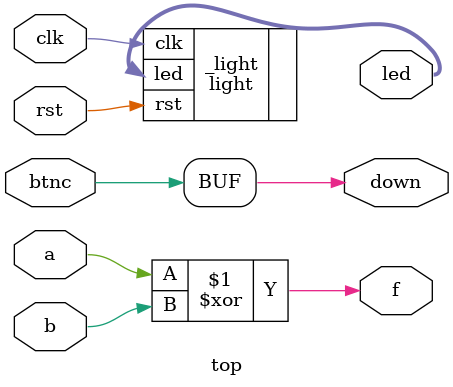
<source format=v>
module top(
  input a,
  input b,
  input btnc,
  input clk,
  input rst,
  output f,
  output down,
  output reg [15:0] led
);
  
  assign f = a ^ b;
  assign down = btnc;

  light _light(
    .clk(clk),
    .rst(rst),
    .led(led)
  );

endmodule

</source>
